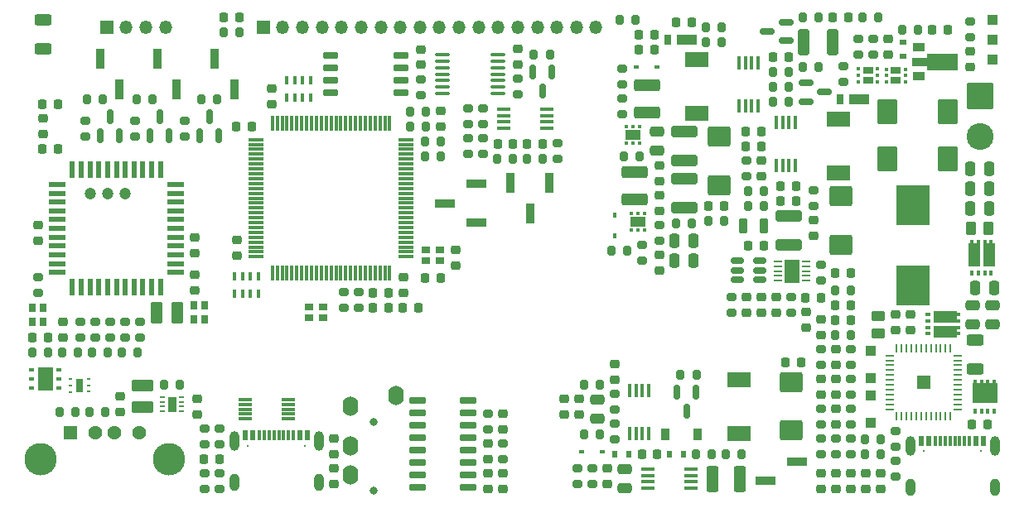
<source format=gts>
%TF.GenerationSoftware,KiCad,Pcbnew,(7.0.0-rc1-253-g7844602210-dirty)*%
%TF.CreationDate,2023-01-19T21:35:15+08:00*%
%TF.ProjectId,VFDFFT,56464446-4654-42e6-9b69-6361645f7063,rev?*%
%TF.SameCoordinates,Original*%
%TF.FileFunction,Soldermask,Top*%
%TF.FilePolarity,Negative*%
%FSLAX46Y46*%
G04 Gerber Fmt 4.6, Leading zero omitted, Abs format (unit mm)*
G04 Created by KiCad (PCBNEW (7.0.0-rc1-253-g7844602210-dirty)) date 2023-01-19 21:35:15*
%MOMM*%
%LPD*%
G01*
G04 APERTURE LIST*
G04 Aperture macros list*
%AMRoundRect*
0 Rectangle with rounded corners*
0 $1 Rounding radius*
0 $2 $3 $4 $5 $6 $7 $8 $9 X,Y pos of 4 corners*
0 Add a 4 corners polygon primitive as box body*
4,1,4,$2,$3,$4,$5,$6,$7,$8,$9,$2,$3,0*
0 Add four circle primitives for the rounded corners*
1,1,$1+$1,$2,$3*
1,1,$1+$1,$4,$5*
1,1,$1+$1,$6,$7*
1,1,$1+$1,$8,$9*
0 Add four rect primitives between the rounded corners*
20,1,$1+$1,$2,$3,$4,$5,0*
20,1,$1+$1,$4,$5,$6,$7,0*
20,1,$1+$1,$6,$7,$8,$9,0*
20,1,$1+$1,$8,$9,$2,$3,0*%
%AMFreePoly0*
4,1,9,3.862500,-0.866500,0.737500,-0.866500,0.737500,-0.450000,-0.737500,-0.450000,-0.737500,0.450000,0.737500,0.450000,0.737500,0.866500,3.862500,0.866500,3.862500,-0.866500,3.862500,-0.866500,$1*%
G04 Aperture macros list end*
%ADD10R,0.800000X1.100000*%
%ADD11R,2.000000X1.100000*%
%ADD12R,0.900000X0.800000*%
%ADD13R,0.350000X0.430000*%
%ADD14R,1.050000X0.720000*%
%ADD15RoundRect,0.200000X0.200000X0.275000X-0.200000X0.275000X-0.200000X-0.275000X0.200000X-0.275000X0*%
%ADD16RoundRect,0.150000X-0.512500X-0.150000X0.512500X-0.150000X0.512500X0.150000X-0.512500X0.150000X0*%
%ADD17C,0.300000*%
%ADD18R,0.500000X1.140000*%
%ADD19R,0.300000X1.140000*%
%ADD20O,1.000000X1.800000*%
%ADD21O,1.000000X2.000000*%
%ADD22RoundRect,0.200000X-0.200000X-0.275000X0.200000X-0.275000X0.200000X0.275000X-0.200000X0.275000X0*%
%ADD23R,2.000000X0.900000*%
%ADD24RoundRect,0.225000X0.250000X-0.225000X0.250000X0.225000X-0.250000X0.225000X-0.250000X-0.225000X0*%
%ADD25RoundRect,0.225000X-0.250000X0.225000X-0.250000X-0.225000X0.250000X-0.225000X0.250000X0.225000X0*%
%ADD26RoundRect,0.075000X0.725000X0.075000X-0.725000X0.075000X-0.725000X-0.075000X0.725000X-0.075000X0*%
%ADD27RoundRect,0.075000X0.075000X0.725000X-0.075000X0.725000X-0.075000X-0.725000X0.075000X-0.725000X0*%
%ADD28R,0.600000X0.700000*%
%ADD29RoundRect,0.200000X-0.275000X0.200000X-0.275000X-0.200000X0.275000X-0.200000X0.275000X0.200000X0*%
%ADD30RoundRect,0.250000X-0.250000X-0.475000X0.250000X-0.475000X0.250000X0.475000X-0.250000X0.475000X0*%
%ADD31RoundRect,0.200000X0.275000X-0.200000X0.275000X0.200000X-0.275000X0.200000X-0.275000X-0.200000X0*%
%ADD32RoundRect,0.100000X-0.637500X-0.100000X0.637500X-0.100000X0.637500X0.100000X-0.637500X0.100000X0*%
%ADD33RoundRect,0.150000X-0.587500X-0.150000X0.587500X-0.150000X0.587500X0.150000X-0.587500X0.150000X0*%
%ADD34R,0.800000X0.900000*%
%ADD35RoundRect,0.250000X0.475000X-0.250000X0.475000X0.250000X-0.475000X0.250000X-0.475000X-0.250000X0*%
%ADD36RoundRect,0.225000X0.225000X0.250000X-0.225000X0.250000X-0.225000X-0.250000X0.225000X-0.250000X0*%
%ADD37RoundRect,0.225000X-0.225000X-0.250000X0.225000X-0.250000X0.225000X0.250000X-0.225000X0.250000X0*%
%ADD38R,0.900000X1.200000*%
%ADD39RoundRect,0.250000X-1.100000X0.325000X-1.100000X-0.325000X1.100000X-0.325000X1.100000X0.325000X0*%
%ADD40RoundRect,0.150000X0.150000X-0.587500X0.150000X0.587500X-0.150000X0.587500X-0.150000X-0.587500X0*%
%ADD41R,1.350000X1.350000*%
%ADD42O,1.350000X1.350000*%
%ADD43RoundRect,0.250000X-0.925000X0.787500X-0.925000X-0.787500X0.925000X-0.787500X0.925000X0.787500X0*%
%ADD44R,0.900000X2.000000*%
%ADD45O,0.499999X0.249999*%
%ADD46C,0.499999*%
%ADD47R,0.650001X1.350000*%
%ADD48R,0.600000X0.450000*%
%ADD49R,0.400000X0.600000*%
%ADD50R,1.290000X2.350000*%
%ADD51RoundRect,0.150000X0.650000X0.150000X-0.650000X0.150000X-0.650000X-0.150000X0.650000X-0.150000X0*%
%ADD52R,0.600000X0.400000*%
%ADD53R,1.500000X2.400000*%
%ADD54R,2.400000X1.500000*%
%ADD55RoundRect,0.150000X-0.150000X0.587500X-0.150000X-0.587500X0.150000X-0.587500X0.150000X0.587500X0*%
%ADD56RoundRect,0.250000X-1.075000X0.375000X-1.075000X-0.375000X1.075000X-0.375000X1.075000X0.375000X0*%
%ADD57RoundRect,0.250000X0.375000X0.850000X-0.375000X0.850000X-0.375000X-0.850000X0.375000X-0.850000X0*%
%ADD58RoundRect,0.250000X0.787500X1.025000X-0.787500X1.025000X-0.787500X-1.025000X0.787500X-1.025000X0*%
%ADD59R,1.100000X1.100000*%
%ADD60R,1.000000X1.000000*%
%ADD61RoundRect,0.250000X-0.450000X0.262500X-0.450000X-0.262500X0.450000X-0.262500X0.450000X0.262500X0*%
%ADD62R,0.700000X0.600000*%
%ADD63RoundRect,0.093750X0.106250X-0.093750X0.106250X0.093750X-0.106250X0.093750X-0.106250X-0.093750X0*%
%ADD64R,1.600000X1.000000*%
%ADD65RoundRect,0.218750X0.256250X-0.218750X0.256250X0.218750X-0.256250X0.218750X-0.256250X-0.218750X0*%
%ADD66RoundRect,0.218750X-0.256250X0.218750X-0.256250X-0.218750X0.256250X-0.218750X0.256250X0.218750X0*%
%ADD67RoundRect,0.150000X-0.725000X-0.150000X0.725000X-0.150000X0.725000X0.150000X-0.725000X0.150000X0*%
%ADD68RoundRect,0.250000X-0.375000X-1.075000X0.375000X-1.075000X0.375000X1.075000X-0.375000X1.075000X0*%
%ADD69R,1.700000X0.600000*%
%ADD70R,0.600000X1.700000*%
%ADD71C,1.200000*%
%ADD72R,1.450000X0.450000*%
%ADD73RoundRect,0.218750X-0.218750X-0.256250X0.218750X-0.256250X0.218750X0.256250X-0.218750X0.256250X0*%
%ADD74C,0.800000*%
%ADD75O,1.600000X2.000000*%
%ADD76RoundRect,0.250000X0.325000X1.100000X-0.325000X1.100000X-0.325000X-1.100000X0.325000X-1.100000X0*%
%ADD77R,2.600000X2.050000*%
%ADD78RoundRect,0.250000X1.075000X-0.375000X1.075000X0.375000X-1.075000X0.375000X-1.075000X-0.375000X0*%
%ADD79R,3.500000X4.100000*%
%ADD80RoundRect,0.250000X-1.125000X1.125000X-1.125000X-1.125000X1.125000X-1.125000X1.125000X1.125000X0*%
%ADD81C,2.750000*%
%ADD82R,0.400000X0.900000*%
%ADD83RoundRect,0.250000X0.625000X-0.312500X0.625000X0.312500X-0.625000X0.312500X-0.625000X-0.312500X0*%
%ADD84R,1.428000X1.428000*%
%ADD85C,1.428000*%
%ADD86C,3.316000*%
%ADD87RoundRect,0.250000X-0.625000X0.312500X-0.625000X-0.312500X0.625000X-0.312500X0.625000X0.312500X0*%
%ADD88R,0.500000X0.250000*%
%ADD89R,0.900000X1.600000*%
%ADD90RoundRect,0.250000X0.262500X0.450000X-0.262500X0.450000X-0.262500X-0.450000X0.262500X-0.450000X0*%
%ADD91R,0.450000X1.450000*%
%ADD92R,1.400000X0.300000*%
%ADD93R,1.300000X0.900000*%
%ADD94FreePoly0,0.000000*%
%ADD95RoundRect,0.062500X0.362500X0.062500X-0.362500X0.062500X-0.362500X-0.062500X0.362500X-0.062500X0*%
%ADD96R,1.650000X2.380000*%
%ADD97RoundRect,0.250000X0.250000X0.475000X-0.250000X0.475000X-0.250000X-0.475000X0.250000X-0.475000X0*%
%ADD98RoundRect,0.250000X-0.475000X0.250000X-0.475000X-0.250000X0.475000X-0.250000X0.475000X0.250000X0*%
%ADD99RoundRect,0.218750X-0.218750X-0.581250X0.218750X-0.581250X0.218750X0.581250X-0.218750X0.581250X0*%
%ADD100RoundRect,0.062500X0.337500X0.062500X-0.337500X0.062500X-0.337500X-0.062500X0.337500X-0.062500X0*%
%ADD101RoundRect,0.062500X0.062500X0.337500X-0.062500X0.337500X-0.062500X-0.337500X0.062500X-0.337500X0*%
%ADD102R,1.400000X1.450000*%
%ADD103RoundRect,0.150000X0.587500X0.150000X-0.587500X0.150000X-0.587500X-0.150000X0.587500X-0.150000X0*%
%ADD104R,0.450000X0.600000*%
%ADD105R,2.350000X1.290000*%
%ADD106RoundRect,0.250000X0.850000X-0.375000X0.850000X0.375000X-0.850000X0.375000X-0.850000X-0.375000X0*%
G04 APERTURE END LIST*
D10*
%TO.C,D9*%
X107065999Y-37083999D03*
D11*
X108965999Y-37083999D03*
%TD*%
D12*
%TO.C,X2*%
X70419999Y-65573999D03*
X71819999Y-65573999D03*
X71819999Y-64473999D03*
X70419999Y-64473999D03*
%TD*%
D13*
%TO.C,Q5*%
X129381999Y-41431999D03*
X129381999Y-40781999D03*
D14*
X130349999Y-40296999D03*
D13*
X129381999Y-40131999D03*
X131317999Y-40131999D03*
X131317999Y-40781999D03*
X131317999Y-41431999D03*
D14*
X130349999Y-41266999D03*
%TD*%
D15*
%TO.C,R16*%
X125793000Y-62738000D03*
X124143000Y-62738000D03*
%TD*%
D16*
%TO.C,Q6*%
X114178500Y-59756000D03*
X114178500Y-60706000D03*
X114178500Y-61656000D03*
X116453500Y-61656000D03*
X116453500Y-60706000D03*
X116453500Y-59756000D03*
%TD*%
D15*
%TO.C,R28*%
X112585000Y-35814000D03*
X110935000Y-35814000D03*
%TD*%
D17*
%TO.C,J15*%
X69946000Y-78704000D03*
X64166000Y-78704000D03*
D18*
X70255999Y-77636999D03*
X69455999Y-77636999D03*
D19*
X68305999Y-77636999D03*
X67305999Y-77636999D03*
X66805999Y-77636999D03*
X65805999Y-77636999D03*
D18*
X64655999Y-77636999D03*
X63855999Y-77636999D03*
D19*
X65305999Y-77636999D03*
X66305999Y-77636999D03*
X67805999Y-77636999D03*
X68805999Y-77636999D03*
D20*
X71375999Y-82383999D03*
D21*
X71375999Y-78203999D03*
D20*
X62735999Y-82383999D03*
D21*
X62735999Y-78203999D03*
%TD*%
D22*
%TO.C,R29*%
X111189000Y-55626000D03*
X112839000Y-55626000D03*
%TD*%
D23*
%TO.C,J7*%
X87451999Y-55847999D03*
X84251999Y-53847999D03*
X87451999Y-51847999D03*
%TD*%
D15*
%TO.C,R68*%
X82359000Y-44450000D03*
X80709000Y-44450000D03*
%TD*%
D24*
%TO.C,C41*%
X121920000Y-57163000D03*
X121920000Y-55613000D03*
%TD*%
D25*
%TO.C,C96*%
X72898000Y-77965000D03*
X72898000Y-79515000D03*
%TD*%
D26*
%TO.C,U6*%
X80319000Y-59340000D03*
X80319000Y-58840000D03*
X80319000Y-58340000D03*
X80319000Y-57840000D03*
X80319000Y-57340000D03*
X80319000Y-56840000D03*
X80319000Y-56340000D03*
X80319000Y-55840000D03*
X80319000Y-55340000D03*
X80319000Y-54840000D03*
X80319000Y-54340000D03*
X80319000Y-53840000D03*
X80319000Y-53340000D03*
X80319000Y-52840000D03*
X80319000Y-52340000D03*
X80319000Y-51840000D03*
X80319000Y-51340000D03*
X80319000Y-50840000D03*
X80319000Y-50340000D03*
X80319000Y-49840000D03*
X80319000Y-49340000D03*
X80319000Y-48840000D03*
X80319000Y-48340000D03*
X80319000Y-47840000D03*
X80319000Y-47340000D03*
D27*
X78644000Y-45665000D03*
X78144000Y-45665000D03*
X77644000Y-45665000D03*
X77144000Y-45665000D03*
X76644000Y-45665000D03*
X76144000Y-45665000D03*
X75644000Y-45665000D03*
X75144000Y-45665000D03*
X74644000Y-45665000D03*
X74144000Y-45665000D03*
X73644000Y-45665000D03*
X73144000Y-45665000D03*
X72644000Y-45665000D03*
X72144000Y-45665000D03*
X71644000Y-45665000D03*
X71144000Y-45665000D03*
X70644000Y-45665000D03*
X70144000Y-45665000D03*
X69644000Y-45665000D03*
X69144000Y-45665000D03*
X68644000Y-45665000D03*
X68144000Y-45665000D03*
X67644000Y-45665000D03*
X67144000Y-45665000D03*
X66644000Y-45665000D03*
D26*
X64969000Y-47340000D03*
X64969000Y-47840000D03*
X64969000Y-48340000D03*
X64969000Y-48840000D03*
X64969000Y-49340000D03*
X64969000Y-49840000D03*
X64969000Y-50340000D03*
X64969000Y-50840000D03*
X64969000Y-51340000D03*
X64969000Y-51840000D03*
X64969000Y-52340000D03*
X64969000Y-52840000D03*
X64969000Y-53340000D03*
X64969000Y-53840000D03*
X64969000Y-54340000D03*
X64969000Y-54840000D03*
X64969000Y-55340000D03*
X64969000Y-55840000D03*
X64969000Y-56340000D03*
X64969000Y-56840000D03*
X64969000Y-57340000D03*
X64969000Y-57840000D03*
X64969000Y-58340000D03*
X64969000Y-58840000D03*
X64969000Y-59340000D03*
D27*
X66644000Y-61015000D03*
X67144000Y-61015000D03*
X67644000Y-61015000D03*
X68144000Y-61015000D03*
X68644000Y-61015000D03*
X69144000Y-61015000D03*
X69644000Y-61015000D03*
X70144000Y-61015000D03*
X70644000Y-61015000D03*
X71144000Y-61015000D03*
X71644000Y-61015000D03*
X72144000Y-61015000D03*
X72644000Y-61015000D03*
X73144000Y-61015000D03*
X73644000Y-61015000D03*
X74144000Y-61015000D03*
X74644000Y-61015000D03*
X75144000Y-61015000D03*
X75644000Y-61015000D03*
X76144000Y-61015000D03*
X76644000Y-61015000D03*
X77144000Y-61015000D03*
X77644000Y-61015000D03*
X78144000Y-61015000D03*
X78644000Y-61015000D03*
%TD*%
D15*
%TO.C,R43*%
X46799000Y-69088000D03*
X45149000Y-69088000D03*
%TD*%
D28*
%TO.C,D16*%
X103061999Y-79501999D03*
X101661999Y-79501999D03*
%TD*%
D29*
%TO.C,R80*%
X47498000Y-45403000D03*
X47498000Y-47053000D03*
%TD*%
D30*
%TO.C,C15*%
X137988000Y-50292000D03*
X139888000Y-50292000D03*
%TD*%
D31*
%TO.C,R31*%
X121920000Y-54165000D03*
X121920000Y-52515000D03*
%TD*%
D32*
%TO.C,U15*%
X84005500Y-38690000D03*
X84005500Y-39340000D03*
X84005500Y-39990000D03*
X84005500Y-40640000D03*
X84005500Y-41290000D03*
X84005500Y-41940000D03*
X84005500Y-42590000D03*
X89730500Y-42590000D03*
X89730500Y-41940000D03*
X89730500Y-41290000D03*
X89730500Y-40640000D03*
X89730500Y-39990000D03*
X89730500Y-39340000D03*
X89730500Y-38690000D03*
%TD*%
D33*
%TO.C,Q8*%
X121158000Y-41534000D03*
X121158000Y-43434000D03*
X123033000Y-42484000D03*
%TD*%
D24*
%TO.C,C23*%
X118110000Y-65037000D03*
X118110000Y-63487000D03*
%TD*%
D29*
%TO.C,R74*%
X86614000Y-44133000D03*
X86614000Y-45783000D03*
%TD*%
D31*
%TO.C,R8*%
X125730000Y-73469000D03*
X125730000Y-71819000D03*
%TD*%
D22*
%TO.C,R76*%
X59373000Y-43180000D03*
X61023000Y-43180000D03*
%TD*%
D34*
%TO.C,X1*%
X58631999Y-64323999D03*
X58631999Y-65723999D03*
X59731999Y-65723999D03*
X59731999Y-64323999D03*
%TD*%
D35*
%TO.C,C88*%
X99822000Y-75880000D03*
X99822000Y-73980000D03*
%TD*%
D29*
%TO.C,R34*%
X124968000Y-39815000D03*
X124968000Y-41465000D03*
%TD*%
D22*
%TO.C,R84*%
X108332000Y-71374000D03*
X109982000Y-71374000D03*
%TD*%
%TO.C,R35*%
X120841000Y-39878000D03*
X122491000Y-39878000D03*
%TD*%
D36*
%TO.C,C46*%
X44717000Y-43688000D03*
X43167000Y-43688000D03*
%TD*%
D37*
%TO.C,C79*%
X89662000Y-47752000D03*
X91212000Y-47752000D03*
%TD*%
D38*
%TO.C,D14*%
X106807999Y-77469999D03*
X110107999Y-77469999D03*
%TD*%
D31*
%TO.C,R45*%
X73914000Y-64579000D03*
X73914000Y-62929000D03*
%TD*%
D24*
%TO.C,C10*%
X131826000Y-66815000D03*
X131826000Y-65265000D03*
%TD*%
D39*
%TO.C,C42*%
X119380000Y-55167000D03*
X119380000Y-58117000D03*
%TD*%
D40*
%TO.C,Q11*%
X49088000Y-46911500D03*
X50988000Y-46911500D03*
X50038000Y-45036500D03*
%TD*%
D41*
%TO.C,J4*%
X65719999Y-35813999D03*
D42*
X67719999Y-35813999D03*
X69719999Y-35813999D03*
X71719999Y-35813999D03*
X73719999Y-35813999D03*
X75719999Y-35813999D03*
X77719999Y-35813999D03*
X79719999Y-35813999D03*
X81719999Y-35813999D03*
X83719999Y-35813999D03*
X85719999Y-35813999D03*
X87719999Y-35813999D03*
X89719999Y-35813999D03*
X91719999Y-35813999D03*
X93719999Y-35813999D03*
X95719999Y-35813999D03*
X97719999Y-35813999D03*
X99719999Y-35813999D03*
%TD*%
D22*
%TO.C,R22*%
X115253000Y-54102000D03*
X116903000Y-54102000D03*
%TD*%
D24*
%TO.C,C66*%
X85344000Y-60211000D03*
X85344000Y-58661000D03*
%TD*%
%TO.C,C43*%
X58674000Y-62751000D03*
X58674000Y-61201000D03*
%TD*%
D22*
%TO.C,R48*%
X61659000Y-36322000D03*
X63309000Y-36322000D03*
%TD*%
D37*
%TO.C,C80*%
X92697000Y-47752000D03*
X94247000Y-47752000D03*
%TD*%
D43*
%TO.C,C31*%
X112268000Y-47067500D03*
X112268000Y-51992500D03*
%TD*%
D37*
%TO.C,C21*%
X134099000Y-36068000D03*
X135649000Y-36068000D03*
%TD*%
D22*
%TO.C,R33*%
X117793000Y-41910000D03*
X119443000Y-41910000D03*
%TD*%
D25*
%TO.C,C7*%
X124206000Y-71869000D03*
X124206000Y-73419000D03*
%TD*%
D31*
%TO.C,R91*%
X88646000Y-77025000D03*
X88646000Y-75375000D03*
%TD*%
D22*
%TO.C,R77*%
X52769000Y-43180000D03*
X54419000Y-43180000D03*
%TD*%
D44*
%TO.C,J10*%
X49037999Y-39039999D03*
X51037999Y-42239999D03*
%TD*%
D43*
%TO.C,C39*%
X124714000Y-53163500D03*
X124714000Y-58088500D03*
%TD*%
D45*
%TO.C,U9*%
X45973999Y-71846998D03*
X45973999Y-72496999D03*
X45973999Y-73151999D03*
X47874001Y-73147000D03*
X47874001Y-72496999D03*
X47874001Y-71846998D03*
D46*
X46924001Y-72497000D03*
D47*
X46924000Y-72496999D03*
%TD*%
D29*
%TO.C,R50*%
X137922000Y-35243000D03*
X137922000Y-36893000D03*
%TD*%
D25*
%TO.C,C76*%
X81788000Y-38150000D03*
X81788000Y-39700000D03*
%TD*%
D15*
%TO.C,R71*%
X82359000Y-45974000D03*
X80709000Y-45974000D03*
%TD*%
D24*
%TO.C,C70*%
X106172000Y-60719000D03*
X106172000Y-59169000D03*
%TD*%
D48*
%TO.C,D17*%
X100329999Y-79247999D03*
X98229999Y-79247999D03*
%TD*%
D25*
%TO.C,C6*%
X124206000Y-74904000D03*
X124206000Y-76454000D03*
%TD*%
D31*
%TO.C,R92*%
X61214000Y-78549000D03*
X61214000Y-76899000D03*
%TD*%
D41*
%TO.C,J3*%
X49719999Y-35813999D03*
D42*
X51719999Y-35813999D03*
X53719999Y-35813999D03*
X55719999Y-35813999D03*
%TD*%
D15*
%TO.C,R60*%
X46545000Y-75184000D03*
X44895000Y-75184000D03*
%TD*%
D49*
%TO.C,Q3*%
X140095999Y-60959999D03*
X139445999Y-60959999D03*
X138795999Y-60959999D03*
X138145999Y-60959999D03*
D50*
X138350999Y-59135999D03*
D49*
X138145999Y-57909999D03*
X138795999Y-57909999D03*
D50*
X139890999Y-59135999D03*
D49*
X139445999Y-57909999D03*
X140095999Y-57909999D03*
%TD*%
D51*
%TO.C,U12*%
X79800000Y-42545000D03*
X79800000Y-41275000D03*
X79800000Y-40005000D03*
X79800000Y-38735000D03*
X72600000Y-38735000D03*
X72600000Y-40005000D03*
X72600000Y-41275000D03*
X72600000Y-42545000D03*
%TD*%
D25*
%TO.C,C19*%
X129540000Y-37071000D03*
X129540000Y-38621000D03*
%TD*%
D10*
%TO.C,D10*%
X124683999Y-43179999D03*
D11*
X126583999Y-43179999D03*
%TD*%
D31*
%TO.C,R95*%
X61214000Y-83121000D03*
X61214000Y-81471000D03*
%TD*%
D25*
%TO.C,C63*%
X80010000Y-63005000D03*
X80010000Y-61455000D03*
%TD*%
D44*
%TO.C,J9*%
X54879999Y-39039999D03*
X56879999Y-42239999D03*
%TD*%
D36*
%TO.C,C34*%
X125489000Y-34798000D03*
X123939000Y-34798000D03*
%TD*%
D34*
%TO.C,Y1*%
X42121999Y-64577999D03*
X42121999Y-65977999D03*
X43221999Y-65977999D03*
X43221999Y-64577999D03*
%TD*%
D24*
%TO.C,C84*%
X98025000Y-75451000D03*
X98025000Y-73901000D03*
%TD*%
D52*
%TO.C,U8*%
X42033999Y-70865999D03*
X42033999Y-71815999D03*
X42033999Y-72765999D03*
X44833999Y-72765999D03*
X44833999Y-71815999D03*
X44833999Y-70865999D03*
D53*
X43433999Y-71815999D03*
%TD*%
D24*
%TO.C,C12*%
X122682000Y-73419000D03*
X122682000Y-71869000D03*
%TD*%
D54*
%TO.C,L4*%
X124459999Y-50755999D03*
X124459999Y-45255999D03*
%TD*%
D43*
%TO.C,C85*%
X119634000Y-72136000D03*
X119634000Y-77061000D03*
%TD*%
D55*
%TO.C,D13*%
X95184000Y-40464500D03*
X93284000Y-40464500D03*
X94234000Y-42339500D03*
%TD*%
D56*
%TO.C,L7*%
X103632000Y-50670000D03*
X103632000Y-53470000D03*
%TD*%
D57*
%TO.C,L5*%
X56955000Y-65024000D03*
X54805000Y-65024000D03*
%TD*%
D29*
%TO.C,R57*%
X102362000Y-43117000D03*
X102362000Y-44767000D03*
%TD*%
D24*
%TO.C,C91*%
X100838000Y-82563000D03*
X100838000Y-81013000D03*
%TD*%
D37*
%TO.C,C40*%
X117843000Y-38862000D03*
X119393000Y-38862000D03*
%TD*%
D22*
%TO.C,R27*%
X110935000Y-37338000D03*
X112585000Y-37338000D03*
%TD*%
D29*
%TO.C,R55*%
X102362000Y-40069000D03*
X102362000Y-41719000D03*
%TD*%
%TO.C,R85*%
X101600000Y-76391000D03*
X101600000Y-78041000D03*
%TD*%
D58*
%TO.C,C14*%
X135700500Y-49276000D03*
X129475500Y-49276000D03*
%TD*%
D39*
%TO.C,C100*%
X108712000Y-46531000D03*
X108712000Y-49481000D03*
%TD*%
D25*
%TO.C,C18*%
X137922000Y-38341000D03*
X137922000Y-39891000D03*
%TD*%
D24*
%TO.C,C92*%
X88646000Y-83071000D03*
X88646000Y-81521000D03*
%TD*%
D59*
%TO.C,D6*%
X127761999Y-71757999D03*
X127761999Y-68957999D03*
%TD*%
D31*
%TO.C,R90*%
X90170000Y-80073000D03*
X90170000Y-78423000D03*
%TD*%
D60*
%TO.C,TP3*%
X140207999Y-39115999D03*
%TD*%
D61*
%TO.C,R10*%
X128524000Y-65381500D03*
X128524000Y-67206500D03*
%TD*%
D62*
%TO.C,D8*%
X131063999Y-38799999D03*
X131063999Y-37399999D03*
%TD*%
D25*
%TO.C,C11*%
X122682000Y-65773000D03*
X122682000Y-67323000D03*
%TD*%
D31*
%TO.C,R64*%
X88138000Y-48831000D03*
X88138000Y-47181000D03*
%TD*%
%TO.C,R15*%
X128016000Y-38671000D03*
X128016000Y-37021000D03*
%TD*%
D36*
%TO.C,C62*%
X76949000Y-62992000D03*
X78499000Y-62992000D03*
%TD*%
%TO.C,C24*%
X125743000Y-60960000D03*
X124193000Y-60960000D03*
%TD*%
D31*
%TO.C,R81*%
X97790000Y-82613000D03*
X97790000Y-80963000D03*
%TD*%
D22*
%TO.C,R32*%
X117793000Y-43434000D03*
X119443000Y-43434000D03*
%TD*%
%TO.C,R18*%
X131001000Y-36068000D03*
X132651000Y-36068000D03*
%TD*%
%TO.C,R62*%
X93346000Y-38608000D03*
X94996000Y-38608000D03*
%TD*%
D39*
%TO.C,C101*%
X108712000Y-51357000D03*
X108712000Y-54307000D03*
%TD*%
D63*
%TO.C,U11*%
X102840000Y-47749000D03*
X103490000Y-47749000D03*
X104140000Y-47749000D03*
X104140000Y-45974000D03*
X103490000Y-45974000D03*
X102840000Y-45974000D03*
D64*
X103489999Y-46861499D03*
%TD*%
D48*
%TO.C,D12*%
X103851999Y-39877999D03*
X105951999Y-39877999D03*
%TD*%
D65*
%TO.C,D4*%
X127254000Y-83083500D03*
X127254000Y-81508500D03*
%TD*%
D22*
%TO.C,R56*%
X102553000Y-49022000D03*
X104203000Y-49022000D03*
%TD*%
D15*
%TO.C,R49*%
X52895000Y-69088000D03*
X51245000Y-69088000D03*
%TD*%
D25*
%TO.C,C74*%
X106172000Y-50025000D03*
X106172000Y-51575000D03*
%TD*%
D31*
%TO.C,R41*%
X46990000Y-67627000D03*
X46990000Y-65977000D03*
%TD*%
D35*
%TO.C,C89*%
X102616000Y-82992000D03*
X102616000Y-81092000D03*
%TD*%
D66*
%TO.C,D3*%
X125730000Y-81508500D03*
X125730000Y-83083500D03*
%TD*%
D30*
%TO.C,C68*%
X107762000Y-57658000D03*
X109662000Y-57658000D03*
%TD*%
D24*
%TO.C,C26*%
X121158000Y-66561000D03*
X121158000Y-65011000D03*
%TD*%
D25*
%TO.C,C86*%
X101600000Y-70345000D03*
X101600000Y-71895000D03*
%TD*%
D22*
%TO.C,R23*%
X115253000Y-52578000D03*
X116903000Y-52578000D03*
%TD*%
D36*
%TO.C,C38*%
X120155000Y-53594000D03*
X118605000Y-53594000D03*
%TD*%
D40*
%TO.C,Q10*%
X54168000Y-46911500D03*
X56068000Y-46911500D03*
X55118000Y-45036500D03*
%TD*%
D22*
%TO.C,R47*%
X48197000Y-69088000D03*
X49847000Y-69088000D03*
%TD*%
D36*
%TO.C,C67*%
X63259000Y-34798000D03*
X61709000Y-34798000D03*
%TD*%
%TO.C,C33*%
X116599000Y-46482000D03*
X115049000Y-46482000D03*
%TD*%
D30*
%TO.C,C16*%
X137988000Y-52324000D03*
X139888000Y-52324000D03*
%TD*%
D25*
%TO.C,C44*%
X58674000Y-57391000D03*
X58674000Y-58941000D03*
%TD*%
D31*
%TO.C,R54*%
X104394000Y-59753000D03*
X104394000Y-58103000D03*
%TD*%
D36*
%TO.C,C65*%
X83833000Y-61468000D03*
X82283000Y-61468000D03*
%TD*%
D35*
%TO.C,C5*%
X138176000Y-66228000D03*
X138176000Y-64328000D03*
%TD*%
D22*
%TO.C,R88*%
X109919000Y-79502000D03*
X111569000Y-79502000D03*
%TD*%
%TO.C,R79*%
X47689000Y-43180000D03*
X49339000Y-43180000D03*
%TD*%
D67*
%TO.C,U18*%
X81499000Y-74041000D03*
X81499000Y-75311000D03*
X81499000Y-76581000D03*
X81499000Y-77851000D03*
X81499000Y-79121000D03*
X81499000Y-80391000D03*
X81499000Y-81661000D03*
X81499000Y-82931000D03*
X86649000Y-82931000D03*
X86649000Y-81661000D03*
X86649000Y-80391000D03*
X86649000Y-79121000D03*
X86649000Y-77851000D03*
X86649000Y-76581000D03*
X86649000Y-75311000D03*
X86649000Y-74041000D03*
%TD*%
D29*
%TO.C,R75*%
X57658000Y-45403000D03*
X57658000Y-47053000D03*
%TD*%
D63*
%TO.C,U10*%
X103344000Y-56639000D03*
X103994000Y-56639000D03*
X104644000Y-56639000D03*
X104644000Y-54864000D03*
X103994000Y-54864000D03*
X103344000Y-54864000D03*
D64*
X103993999Y-55751499D03*
%TD*%
D22*
%TO.C,R86*%
X98489000Y-77470000D03*
X100139000Y-77470000D03*
%TD*%
D15*
%TO.C,R82*%
X100139000Y-72390000D03*
X98489000Y-72390000D03*
%TD*%
D36*
%TO.C,C27*%
X116853000Y-58166000D03*
X115303000Y-58166000D03*
%TD*%
D15*
%TO.C,R51*%
X103758000Y-35052000D03*
X102108000Y-35052000D03*
%TD*%
D31*
%TO.C,R83*%
X101600000Y-74993000D03*
X101600000Y-73343000D03*
%TD*%
D22*
%TO.C,R87*%
X112967000Y-79502000D03*
X114617000Y-79502000D03*
%TD*%
D37*
%TO.C,C8*%
X124193000Y-65786000D03*
X125743000Y-65786000D03*
%TD*%
D58*
%TO.C,C2*%
X135700500Y-44450000D03*
X129475500Y-44450000D03*
%TD*%
D25*
%TO.C,C29*%
X116586000Y-49517000D03*
X116586000Y-51067000D03*
%TD*%
D68*
%TO.C,L11*%
X111630000Y-82042000D03*
X114430000Y-82042000D03*
%TD*%
D29*
%TO.C,R58*%
X81788000Y-41148000D03*
X81788000Y-42798000D03*
%TD*%
D22*
%TO.C,R36*%
X117793000Y-40386000D03*
X119443000Y-40386000D03*
%TD*%
D30*
%TO.C,C17*%
X137988000Y-54356000D03*
X139888000Y-54356000D03*
%TD*%
D69*
%TO.C,U7*%
X44691999Y-51931999D03*
X44691999Y-52831999D03*
X44691999Y-53731999D03*
X44691999Y-54631999D03*
X44691999Y-55531999D03*
X44691999Y-56431999D03*
X44691999Y-57331999D03*
X44691999Y-58231999D03*
X44691999Y-59131999D03*
X44691999Y-60031999D03*
X44691999Y-60931999D03*
D70*
X46205999Y-62445999D03*
X47105999Y-62445999D03*
X48005999Y-62445999D03*
X48905999Y-62445999D03*
X49805999Y-62445999D03*
X50705999Y-62445999D03*
X51605999Y-62445999D03*
X52505999Y-62445999D03*
X53405999Y-62445999D03*
X54305999Y-62445999D03*
X55205999Y-62445999D03*
D69*
X56719999Y-60931999D03*
X56719999Y-60031999D03*
X56719999Y-59131999D03*
X56719999Y-58231999D03*
X56719999Y-57331999D03*
X56719999Y-56431999D03*
X56719999Y-55531999D03*
X56719999Y-54631999D03*
X56719999Y-53731999D03*
X56719999Y-52831999D03*
X56719999Y-51931999D03*
D70*
X55205999Y-50417999D03*
X54305999Y-50417999D03*
X53405999Y-50417999D03*
X52505999Y-50417999D03*
X51605999Y-50417999D03*
X50705999Y-50417999D03*
X49805999Y-50417999D03*
X48905999Y-50417999D03*
X48005999Y-50417999D03*
X47105999Y-50417999D03*
X46205999Y-50417999D03*
D71*
X48006000Y-52832000D03*
X49806000Y-52832000D03*
X51606000Y-52832000D03*
%TD*%
D72*
%TO.C,U14*%
X94655999Y-46186999D03*
X94655999Y-45536999D03*
X94655999Y-44886999D03*
X94655999Y-44236999D03*
X90255999Y-44236999D03*
X90255999Y-44886999D03*
X90255999Y-45536999D03*
X90255999Y-46186999D03*
%TD*%
D36*
%TO.C,C37*%
X120155000Y-52070000D03*
X118605000Y-52070000D03*
%TD*%
D31*
%TO.C,R37*%
X51562000Y-67627000D03*
X51562000Y-65977000D03*
%TD*%
D73*
%TO.C,F1*%
X138150500Y-76454000D03*
X139725500Y-76454000D03*
%TD*%
D29*
%TO.C,R24*%
X122682000Y-60135000D03*
X122682000Y-61785000D03*
%TD*%
D37*
%TO.C,C72*%
X104127000Y-38100000D03*
X105677000Y-38100000D03*
%TD*%
D22*
%TO.C,R65*%
X82233000Y-49022000D03*
X83883000Y-49022000D03*
%TD*%
D25*
%TO.C,C48*%
X45212000Y-66027000D03*
X45212000Y-67577000D03*
%TD*%
D74*
%TO.C,J14*%
X76962000Y-83268500D03*
X76962000Y-76268500D03*
D75*
X79261999Y-73568499D03*
X74661999Y-78668499D03*
X74661999Y-81668499D03*
X74661999Y-74668499D03*
%TD*%
D24*
%TO.C,C81*%
X91694000Y-39637000D03*
X91694000Y-38087000D03*
%TD*%
D29*
%TO.C,R4*%
X125730000Y-77915000D03*
X125730000Y-79565000D03*
%TD*%
D76*
%TO.C,C99*%
X123903000Y-37338000D03*
X120953000Y-37338000D03*
%TD*%
D15*
%TO.C,R6*%
X128841000Y-79502000D03*
X127191000Y-79502000D03*
%TD*%
D25*
%TO.C,C93*%
X90170000Y-81521000D03*
X90170000Y-83071000D03*
%TD*%
D37*
%TO.C,C47*%
X42151000Y-67564000D03*
X43701000Y-67564000D03*
%TD*%
D49*
%TO.C,Q1*%
X140420999Y-75179999D03*
X138470999Y-75179999D03*
X139120999Y-75179999D03*
X139770999Y-75179999D03*
X138470999Y-72139999D03*
X139120999Y-72139999D03*
D77*
X139445999Y-73309999D03*
D49*
X139770999Y-72139999D03*
X140420999Y-72139999D03*
%TD*%
D31*
%TO.C,R46*%
X75438000Y-64579000D03*
X75438000Y-62929000D03*
%TD*%
D78*
%TO.C,L8*%
X104902000Y-44580000D03*
X104902000Y-41780000D03*
%TD*%
D79*
%TO.C,L1*%
X132079999Y-62265999D03*
X132079999Y-54065999D03*
%TD*%
D24*
%TO.C,C9*%
X124206000Y-70371000D03*
X124206000Y-68821000D03*
%TD*%
D30*
%TO.C,C71*%
X107762000Y-59690000D03*
X109662000Y-59690000D03*
%TD*%
D31*
%TO.C,R69*%
X91694000Y-42735000D03*
X91694000Y-41085000D03*
%TD*%
D22*
%TO.C,R26*%
X120841000Y-34798000D03*
X122491000Y-34798000D03*
%TD*%
D15*
%TO.C,R11*%
X125793000Y-67310000D03*
X124143000Y-67310000D03*
%TD*%
D31*
%TO.C,R21*%
X115062000Y-51117000D03*
X115062000Y-49467000D03*
%TD*%
D80*
%TO.C,J2*%
X138938000Y-42858000D03*
D81*
X138938000Y-47058000D03*
%TD*%
D29*
%TO.C,R67*%
X95758000Y-47689000D03*
X95758000Y-49339000D03*
%TD*%
D54*
%TO.C,L10*%
X114299999Y-71925999D03*
X114299999Y-77425999D03*
%TD*%
D44*
%TO.C,J6*%
X94963999Y-51739999D03*
X92963999Y-54939999D03*
X90963999Y-51739999D03*
%TD*%
D25*
%TO.C,C28*%
X115062000Y-63487000D03*
X115062000Y-65037000D03*
%TD*%
D82*
%TO.C,RN1*%
X70541999Y-41313999D03*
X69741999Y-41313999D03*
X68941999Y-41313999D03*
X68141999Y-41313999D03*
X68141999Y-43013999D03*
X68941999Y-43013999D03*
X69741999Y-43013999D03*
X70541999Y-43013999D03*
%TD*%
D83*
%TO.C,AE1*%
X43180000Y-38038500D03*
X43180000Y-35113500D03*
%TD*%
D84*
%TO.C,J5*%
X46029999Y-77351999D03*
D85*
X48530000Y-77352000D03*
X50530000Y-77352000D03*
X53030000Y-77352000D03*
D86*
X42960000Y-80062000D03*
X56100000Y-80062000D03*
%TD*%
D28*
%TO.C,D15*%
X108649999Y-79501999D03*
X107249999Y-79501999D03*
%TD*%
D24*
%TO.C,C61*%
X62992000Y-59195000D03*
X62992000Y-57645000D03*
%TD*%
D29*
%TO.C,R3*%
X124206000Y-77915000D03*
X124206000Y-79565000D03*
%TD*%
D59*
%TO.C,D7*%
X127761999Y-76329999D03*
X127761999Y-73529999D03*
%TD*%
D37*
%TO.C,C30*%
X115049000Y-48006000D03*
X116599000Y-48006000D03*
%TD*%
D17*
%TO.C,J1*%
X139034000Y-79228000D03*
X133254000Y-79228000D03*
D18*
X139343999Y-78160999D03*
X138543999Y-78160999D03*
D19*
X137393999Y-78160999D03*
X136393999Y-78160999D03*
X135893999Y-78160999D03*
X134893999Y-78160999D03*
D18*
X133743999Y-78160999D03*
X132943999Y-78160999D03*
D19*
X134393999Y-78160999D03*
X135393999Y-78160999D03*
X136893999Y-78160999D03*
X137893999Y-78160999D03*
D20*
X140463999Y-82907999D03*
D21*
X140463999Y-78727999D03*
D20*
X131823999Y-82907999D03*
D21*
X131823999Y-78727999D03*
%TD*%
D37*
%TO.C,C50*%
X79984000Y-64516000D03*
X81534000Y-64516000D03*
%TD*%
D31*
%TO.C,R52*%
X106172000Y-57721000D03*
X106172000Y-56071000D03*
%TD*%
D87*
%TO.C,R9*%
X138430000Y-67879500D03*
X138430000Y-70804500D03*
%TD*%
D25*
%TO.C,C77*%
X58928000Y-73901000D03*
X58928000Y-75451000D03*
%TD*%
D24*
%TO.C,C83*%
X96501000Y-75451000D03*
X96501000Y-73901000D03*
%TD*%
D88*
%TO.C,U13*%
X57337999Y-75171999D03*
X57337999Y-74671999D03*
X57337999Y-74171999D03*
X57337999Y-73671999D03*
X55437999Y-73671999D03*
X55437999Y-74171999D03*
X55437999Y-74671999D03*
X55437999Y-75171999D03*
D89*
X56387999Y-74421999D03*
%TD*%
D31*
%TO.C,R20*%
X113538000Y-65087000D03*
X113538000Y-63437000D03*
%TD*%
D37*
%TO.C,C32*%
X111239000Y-54102000D03*
X112789000Y-54102000D03*
%TD*%
D90*
%TO.C,R12*%
X139850500Y-56388000D03*
X138025500Y-56388000D03*
%TD*%
D66*
%TO.C,D5*%
X128778000Y-81508500D03*
X128778000Y-83083500D03*
%TD*%
D25*
%TO.C,C49*%
X42672000Y-56121000D03*
X42672000Y-57671000D03*
%TD*%
D37*
%TO.C,C90*%
X104394000Y-79502000D03*
X105944000Y-79502000D03*
%TD*%
D31*
%TO.C,R19*%
X119634000Y-65087000D03*
X119634000Y-63437000D03*
%TD*%
D24*
%TO.C,C95*%
X88646000Y-80023000D03*
X88646000Y-78473000D03*
%TD*%
D65*
%TO.C,D2*%
X124206000Y-83083500D03*
X124206000Y-81508500D03*
%TD*%
D31*
%TO.C,R17*%
X126492000Y-38671000D03*
X126492000Y-37021000D03*
%TD*%
%TO.C,R7*%
X125730000Y-70421000D03*
X125730000Y-68771000D03*
%TD*%
D36*
%TO.C,C60*%
X64529000Y-45974000D03*
X62979000Y-45974000D03*
%TD*%
D65*
%TO.C,L6*%
X43193000Y-46761500D03*
X43193000Y-45186500D03*
%TD*%
D36*
%TO.C,C45*%
X44717000Y-48260000D03*
X43167000Y-48260000D03*
%TD*%
%TO.C,C35*%
X109487000Y-35306000D03*
X107937000Y-35306000D03*
%TD*%
D25*
%TO.C,C78*%
X51054000Y-73647000D03*
X51054000Y-75197000D03*
%TD*%
D29*
%TO.C,R42*%
X42672000Y-61405000D03*
X42672000Y-63055000D03*
%TD*%
D91*
%TO.C,U5*%
X118150999Y-49951999D03*
X118800999Y-49951999D03*
X119450999Y-49951999D03*
X120100999Y-49951999D03*
X120100999Y-45551999D03*
X119450999Y-45551999D03*
X118800999Y-45551999D03*
X118150999Y-45551999D03*
%TD*%
D15*
%TO.C,R44*%
X43751000Y-69088000D03*
X42101000Y-69088000D03*
%TD*%
%TO.C,R5*%
X128841000Y-77978000D03*
X127191000Y-77978000D03*
%TD*%
%TO.C,R72*%
X91249000Y-49276000D03*
X89599000Y-49276000D03*
%TD*%
D31*
%TO.C,R1*%
X122682000Y-79565000D03*
X122682000Y-77915000D03*
%TD*%
D92*
%TO.C,U19*%
X68239999Y-75929999D03*
X68239999Y-75429999D03*
X68239999Y-74929999D03*
X68239999Y-74429999D03*
X68239999Y-73929999D03*
X63839999Y-73929999D03*
X63839999Y-74429999D03*
X63839999Y-74929999D03*
X63839999Y-75429999D03*
X63839999Y-75929999D03*
%TD*%
D22*
%TO.C,R61*%
X55563000Y-72390000D03*
X57213000Y-72390000D03*
%TD*%
D93*
%TO.C,U2*%
X132715999Y-37869999D03*
D94*
X132803500Y-39370000D03*
D93*
X132715999Y-40869999D03*
%TD*%
D36*
%TO.C,C25*%
X122695000Y-63500000D03*
X121145000Y-63500000D03*
%TD*%
D37*
%TO.C,C87*%
X119113000Y-70104000D03*
X120663000Y-70104000D03*
%TD*%
D95*
%TO.C,U3*%
X121182000Y-61793000D03*
X121182000Y-61293000D03*
X121182000Y-60793000D03*
X121182000Y-60293000D03*
X121182000Y-59793000D03*
X118282000Y-59793000D03*
X118282000Y-60293000D03*
X118282000Y-60793000D03*
X118282000Y-61293000D03*
X118282000Y-61793000D03*
D96*
X119731999Y-60792999D03*
%TD*%
D72*
%TO.C,U17*%
X104987999Y-81066999D03*
X104987999Y-81716999D03*
X104987999Y-82366999D03*
X104987999Y-83016999D03*
X109387999Y-83016999D03*
X109387999Y-82366999D03*
X109387999Y-81716999D03*
X109387999Y-81066999D03*
%TD*%
D22*
%TO.C,R53*%
X101283000Y-58674000D03*
X102933000Y-58674000D03*
%TD*%
D97*
%TO.C,C3*%
X140396000Y-62484000D03*
X138496000Y-62484000D03*
%TD*%
D44*
%TO.C,J8*%
X60737999Y-39039999D03*
X62737999Y-42239999D03*
%TD*%
D22*
%TO.C,R30*%
X107887000Y-55880000D03*
X109537000Y-55880000D03*
%TD*%
D31*
%TO.C,R39*%
X50038000Y-67627000D03*
X50038000Y-65977000D03*
%TD*%
D55*
%TO.C,Q12*%
X109916000Y-73230500D03*
X108016000Y-73230500D03*
X108966000Y-75105500D03*
%TD*%
D29*
%TO.C,R13*%
X122682000Y-74867000D03*
X122682000Y-76517000D03*
%TD*%
D36*
%TO.C,C73*%
X105677000Y-36576000D03*
X104127000Y-36576000D03*
%TD*%
D24*
%TO.C,C55*%
X66548000Y-43701000D03*
X66548000Y-42151000D03*
%TD*%
%TO.C,C94*%
X90170000Y-76975000D03*
X90170000Y-75425000D03*
%TD*%
D91*
%TO.C,U16*%
X103164999Y-77383999D03*
X103814999Y-77383999D03*
X104464999Y-77383999D03*
X105114999Y-77383999D03*
X105114999Y-72983999D03*
X104464999Y-72983999D03*
X103814999Y-72983999D03*
X103164999Y-72983999D03*
%TD*%
D25*
%TO.C,C97*%
X72898000Y-81013000D03*
X72898000Y-82563000D03*
%TD*%
D98*
%TO.C,C75*%
X105918000Y-46548000D03*
X105918000Y-48448000D03*
%TD*%
D54*
%TO.C,L3*%
X109981999Y-44659999D03*
X109981999Y-39159999D03*
%TD*%
D24*
%TO.C,C69*%
X106172000Y-54623000D03*
X106172000Y-53073000D03*
%TD*%
D37*
%TO.C,C20*%
X124193000Y-64262000D03*
X125743000Y-64262000D03*
%TD*%
D99*
%TO.C,L2*%
X114715000Y-56134000D03*
X116840000Y-56134000D03*
%TD*%
D23*
%TO.C,J11*%
X120217999Y-80279999D03*
X117017999Y-82279999D03*
%TD*%
D24*
%TO.C,C22*%
X116586000Y-65037000D03*
X116586000Y-63487000D03*
%TD*%
D31*
%TO.C,R94*%
X59690000Y-83121000D03*
X59690000Y-81471000D03*
%TD*%
D15*
%TO.C,R25*%
X128587000Y-34798000D03*
X126937000Y-34798000D03*
%TD*%
D100*
%TO.C,U1*%
X136648000Y-74938000D03*
X136648000Y-74438000D03*
X136648000Y-73938000D03*
X136648000Y-73438000D03*
X136648000Y-72938000D03*
X136648000Y-72438000D03*
X136648000Y-71938000D03*
X136648000Y-71438000D03*
X136648000Y-70938000D03*
X136648000Y-70438000D03*
X136648000Y-69938000D03*
X136648000Y-69438000D03*
D101*
X135948000Y-68738000D03*
X135448000Y-68738000D03*
X134948000Y-68738000D03*
X134448000Y-68738000D03*
X133948000Y-68738000D03*
X133448000Y-68738000D03*
X132948000Y-68738000D03*
X132448000Y-68738000D03*
X131948000Y-68738000D03*
X131448000Y-68738000D03*
X130948000Y-68738000D03*
X130448000Y-68738000D03*
D100*
X129748000Y-69438000D03*
X129748000Y-69938000D03*
X129748000Y-70438000D03*
X129748000Y-70938000D03*
X129748000Y-71438000D03*
X129748000Y-71938000D03*
X129748000Y-72438000D03*
X129748000Y-72938000D03*
X129748000Y-73438000D03*
X129748000Y-73938000D03*
X129748000Y-74438000D03*
X129748000Y-74938000D03*
D101*
X130448000Y-75638000D03*
X130948000Y-75638000D03*
X131448000Y-75638000D03*
X131948000Y-75638000D03*
X132448000Y-75638000D03*
X132948000Y-75638000D03*
X133448000Y-75638000D03*
X133948000Y-75638000D03*
X134448000Y-75638000D03*
X134948000Y-75638000D03*
X135448000Y-75638000D03*
X135948000Y-75638000D03*
D102*
X133197999Y-72212999D03*
%TD*%
D35*
%TO.C,C4*%
X140208000Y-66228000D03*
X140208000Y-64328000D03*
%TD*%
D103*
%TO.C,Q7*%
X119126000Y-37206000D03*
X119126000Y-35306000D03*
X117251000Y-36256000D03*
%TD*%
D31*
%TO.C,R63*%
X88138000Y-45783000D03*
X88138000Y-44133000D03*
%TD*%
%TO.C,R93*%
X59690000Y-78549000D03*
X59690000Y-76899000D03*
%TD*%
D60*
%TO.C,TP2*%
X140207999Y-37083999D03*
%TD*%
D31*
%TO.C,R38*%
X53086000Y-67627000D03*
X53086000Y-65977000D03*
%TD*%
%TO.C,C1*%
X130302000Y-81851000D03*
X130302000Y-80201000D03*
%TD*%
D22*
%TO.C,R66*%
X82233000Y-47498000D03*
X83883000Y-47498000D03*
%TD*%
D13*
%TO.C,Q4*%
X126539999Y-41401999D03*
X126539999Y-40751999D03*
D14*
X127507999Y-40266999D03*
D13*
X126539999Y-40101999D03*
X128475999Y-40101999D03*
X128475999Y-40751999D03*
X128475999Y-41401999D03*
D14*
X127507999Y-41236999D03*
%TD*%
D29*
%TO.C,R14*%
X122682000Y-68771000D03*
X122682000Y-70421000D03*
%TD*%
D104*
%TO.C,D11*%
X101599999Y-57183999D03*
X101599999Y-55083999D03*
%TD*%
D36*
%TO.C,C64*%
X78499000Y-64516000D03*
X76949000Y-64516000D03*
%TD*%
D82*
%TO.C,RN2*%
X62807999Y-63079999D03*
X63607999Y-63079999D03*
X64407999Y-63079999D03*
X65207999Y-63079999D03*
X65207999Y-61379999D03*
X64407999Y-61379999D03*
X63607999Y-61379999D03*
X62807999Y-61379999D03*
%TD*%
D24*
%TO.C,C82*%
X83820000Y-45987000D03*
X83820000Y-44437000D03*
%TD*%
D52*
%TO.C,Q2*%
X133603999Y-67197999D03*
X133603999Y-66547999D03*
X133603999Y-65897999D03*
X133603999Y-65247999D03*
D105*
X135427999Y-65452999D03*
D52*
X136653999Y-65247999D03*
X136653999Y-65897999D03*
D105*
X135427999Y-66992999D03*
D52*
X136653999Y-66547999D03*
X136653999Y-67197999D03*
%TD*%
D60*
%TO.C,TP1*%
X140207999Y-35051999D03*
%TD*%
D31*
%TO.C,R40*%
X48514000Y-67627000D03*
X48514000Y-65977000D03*
%TD*%
D12*
%TO.C,Y2*%
X83757999Y-58631999D03*
X82357999Y-58631999D03*
X82357999Y-59731999D03*
X83757999Y-59731999D03*
%TD*%
D40*
%TO.C,Q9*%
X59248000Y-46911500D03*
X61148000Y-46911500D03*
X60198000Y-45036500D03*
%TD*%
D65*
%TO.C,D1*%
X122682000Y-83083500D03*
X122682000Y-81508500D03*
%TD*%
D22*
%TO.C,R73*%
X92647000Y-49276000D03*
X94297000Y-49276000D03*
%TD*%
D24*
%TO.C,C13*%
X130302000Y-66815000D03*
X130302000Y-65265000D03*
%TD*%
D36*
%TO.C,C98*%
X61227000Y-80010000D03*
X59677000Y-80010000D03*
%TD*%
D31*
%TO.C,R70*%
X86614000Y-48831000D03*
X86614000Y-47181000D03*
%TD*%
D29*
%TO.C,R2*%
X125730000Y-74867000D03*
X125730000Y-76517000D03*
%TD*%
D31*
%TO.C,TH1*%
X130302000Y-78803000D03*
X130302000Y-77153000D03*
%TD*%
D106*
%TO.C,L9*%
X53340000Y-74676000D03*
X53340000Y-72526000D03*
%TD*%
D29*
%TO.C,R78*%
X52578000Y-45403000D03*
X52578000Y-47053000D03*
%TD*%
D15*
%TO.C,R59*%
X49593000Y-75184000D03*
X47943000Y-75184000D03*
%TD*%
D91*
%TO.C,U4*%
X114340999Y-43855999D03*
X114990999Y-43855999D03*
X115640999Y-43855999D03*
X116290999Y-43855999D03*
X116290999Y-39455999D03*
X115640999Y-39455999D03*
X114990999Y-39455999D03*
X114340999Y-39455999D03*
%TD*%
D31*
%TO.C,R89*%
X99314000Y-82613000D03*
X99314000Y-80963000D03*
%TD*%
M02*

</source>
